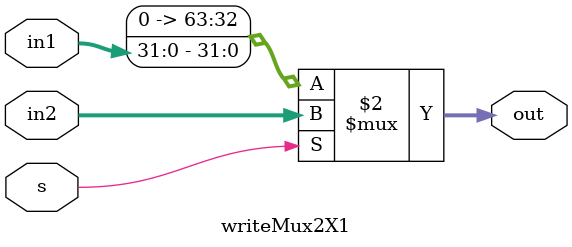
<source format=v>
module writeMux2X1( in1 ,in2,s,out);

input [31:0] in1 ;
input [63:0]in2;
input s;
output [63:0] out;

assign out= (s == 0) ? {32'h00000000,in1} :in2;





endmodule 
</source>
